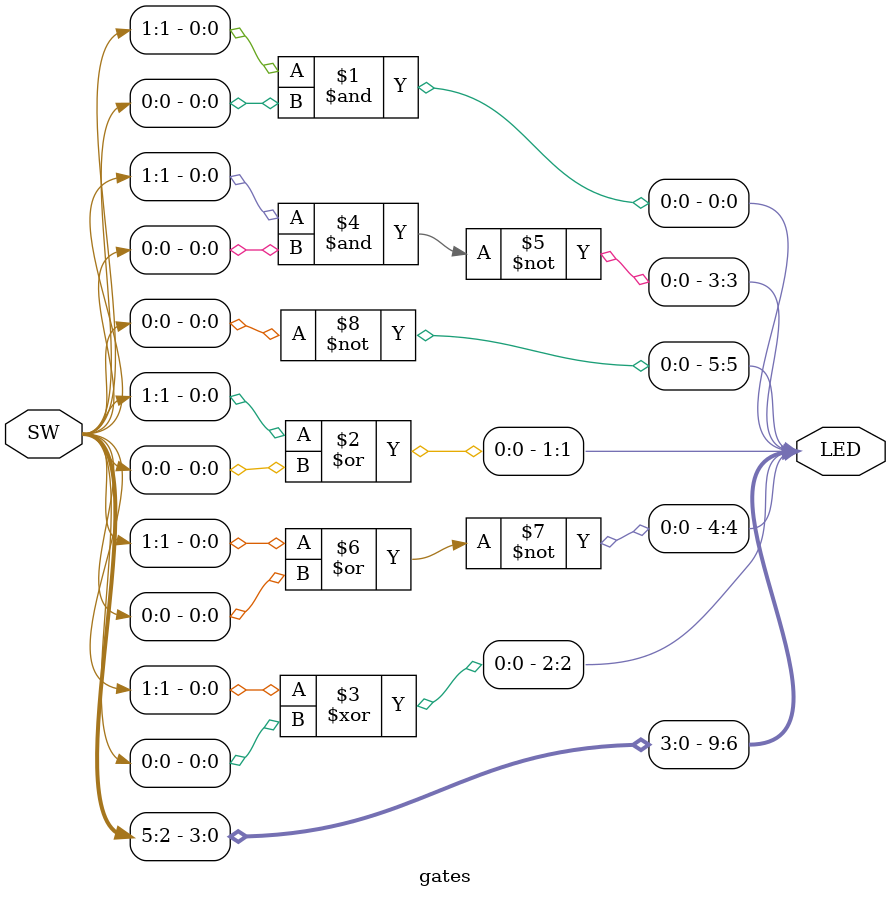
<source format=v>
module gates( input [9:0] SW,
                output [9:0] LED);
					 
  and a1(LED[0], SW[1], SW[0]);
  or  o1(LED[1], SW[1], SW[0]);
  xor x1(LED[2], SW[1], SW[0]);
  nand na1(LED[3], SW[1], SW[0]);
  nor no1(LED[4], SW[1], SW[0]);
  not n1(LED[5], SW[0]);


  assign LED[9:6] = SW[5:2]; 

endmodule 
</source>
